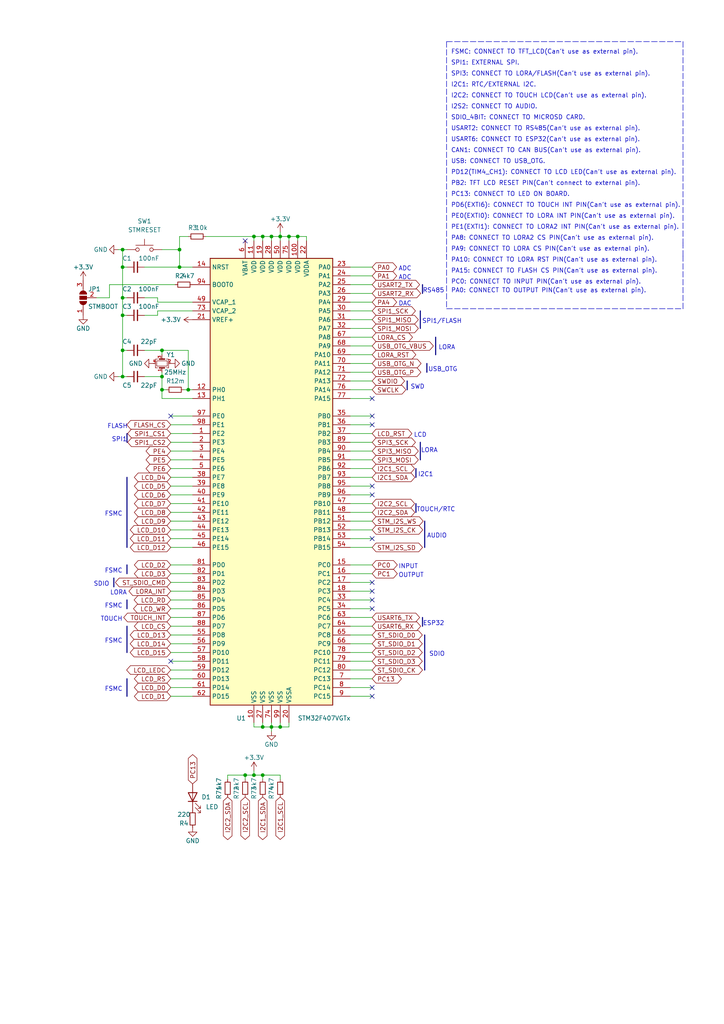
<source format=kicad_sch>
(kicad_sch (version 20211123) (generator eeschema)
  (paper "A4" portrait)
  (lib_symbols
    (symbol "Device:C_Small" (pin_numbers hide) (pin_names (offset 0.254) hide)
      (property "Reference" "C" (at 0.254 1.778 0))
      (property "Value" "C_Small" (at 0.254 -2.032 0))
      (symbol "C_Small_0_1"
        (polyline (pts (xy -1.524 -0.508) (xy 1.524 -0.508)) (stroke (width 0.3302)))
        (polyline (pts (xy -1.524 0.508) (xy 1.524 0.508)) (stroke (width 0.3048)))
      )
      (symbol "C_Small_1_1"
        (pin passive line (at 0 2.54 270) (length 2.032) (name "~") (number "1"))
        (pin passive line (at 0 -2.54 90) (length 2.032) (name "~") (number "2"))
      )
    )
    (symbol "Device:Crystal_GND24_Small" (pin_names (offset 1.016) hide)
      (property "Reference" "Y" (at 1.27 4.445 0))
      (property "Value" "Crystal_GND24_Small" (at 1.27 2.54 0))
      (symbol "Crystal_GND24_Small_0_1"
        (rectangle (start -0.762 -1.524) (end 0.762 1.524))
        (polyline (pts (xy -1.27 -0.762) (xy -1.27 0.762)) (stroke (width 0.381)))
        (polyline (pts (xy 1.27 -0.762) (xy 1.27 0.762)) (stroke (width 0.381)))
        (polyline (pts (xy -1.27 -1.27) (xy -1.27 -1.905) (xy 1.27 -1.905) (xy 1.27 -1.27)))
        (polyline (pts (xy -1.27 1.27) (xy -1.27 1.905) (xy 1.27 1.905) (xy 1.27 1.27)))
      )
      (symbol "Crystal_GND24_Small_1_1"
        (pin passive line (at -2.54 0 0) (length 1.27) (name "1") (number "1"))
        (pin passive line (at 0 -2.54 90) (length 0.635) (name "2") (number "2"))
        (pin passive line (at 2.54 0 180) (length 1.27) (name "3") (number "3"))
        (pin passive line (at 0 2.54 270) (length 0.635) (name "4") (number "4"))
      )
    )
    (symbol "Device:LED" (pin_numbers hide) (pin_names (offset 1.016) hide)
      (property "Reference" "D" (at 0 2.54 0))
      (property "Value" "LED" (at 0 -2.54 0))
      (symbol "LED_0_1"
        (polyline (pts (xy -1.27 -1.27) (xy -1.27 1.27)) (stroke (width 0.254)))
        (polyline (pts (xy -1.27 0) (xy 1.27 0)))
        (polyline (pts (xy 1.27 -1.27) (xy 1.27 1.27) (xy -1.27 0) (xy 1.27 -1.27)) (stroke (width 0.254)))
        (polyline (pts (xy -3.048 -0.762) (xy -4.572 -2.286) (xy -3.81 -2.286) (xy -4.572 -2.286) (xy -4.572 -1.524)))
        (polyline (pts (xy -1.778 -0.762) (xy -3.302 -2.286) (xy -2.54 -2.286) (xy -3.302 -2.286) (xy -3.302 -1.524)))
      )
      (symbol "LED_1_1"
        (pin passive line (at -3.81 0 0) (length 2.54) (name "K") (number "1"))
        (pin passive line (at 3.81 0 180) (length 2.54) (name "A") (number "2"))
      )
    )
    (symbol "Device:R_Small" (pin_numbers hide) (pin_names (offset 0.254) hide)
      (property "Reference" "R" (at 0.762 0.508 0))
      (property "Value" "R_Small" (at 0.762 -1.016 0))
      (symbol "R_Small_0_1"
        (rectangle (start -0.762 1.778) (end 0.762 -1.778) (stroke (width 0.2032)))
      )
      (symbol "R_Small_1_1"
        (pin passive line (at 0 2.54 270) (length 0.762) (name "~") (number "1"))
        (pin passive line (at 0 -2.54 90) (length 0.762) (name "~") (number "2"))
      )
    )
    (symbol "Jumper:SolderJumper_3_Open" (pin_names (offset 0) hide)
      (property "Reference" "JP" (at -2.54 -2.54 0))
      (property "Value" "SolderJumper_3_Open" (at 0 2.794 0))
      (symbol "SolderJumper_3_Open_0_1"
        (arc (start -1.016 1.016) (mid -2.032 0) (end -1.016 -1.016))
        (arc (start -1.016 1.016) (mid -2.032 0) (end -1.016 -1.016) (fill (type outline)))
        (rectangle (start -0.508 1.016) (end 0.508 -1.016) (fill (type outline)))
        (polyline (pts (xy -2.54 0) (xy -2.032 0)))
        (polyline (pts (xy -1.016 1.016) (xy -1.016 -1.016)))
        (polyline (pts (xy 0 -1.27) (xy 0 -1.016)))
        (polyline (pts (xy 1.016 1.016) (xy 1.016 -1.016)))
        (polyline (pts (xy 2.54 0) (xy 2.032 0)))
        (arc (start 1.016 -1.016) (mid 2.032 0) (end 1.016 1.016))
        (arc (start 1.016 -1.016) (mid 2.032 0) (end 1.016 1.016) (fill (type outline)))
      )
      (symbol "SolderJumper_3_Open_1_1"
        (pin passive line (at -5.08 0 0) (length 2.54) (name "A") (number "1"))
        (pin passive line (at 0 -3.81 90) (length 2.54) (name "C") (number "2"))
        (pin passive line (at 5.08 0 180) (length 2.54) (name "B") (number "3"))
      )
    )
    (symbol "MCU_ST_STM32F4:STM32F407VGTx"
      (property "Reference" "U" (at -17.78 64.77 0))
      (property "Value" "STM32F407VGTx" (at 12.7 64.77 0))
      (symbol "STM32F407VGTx_0_1"
        (rectangle (start -17.78 -66.04) (end 17.78 63.5) (stroke (width 0.254)) (fill (type background)))
      )
      (symbol "STM32F407VGTx_1_1"
        (pin bidirectional line (at -22.86 12.7 0) (length 5.08) (name "PE2") (number "1"))
        (pin power_in line (at -5.08 -71.12 90) (length 5.08) (name "VSS") (number "10"))
        (pin power_in line (at 7.62 68.58 270) (length 5.08) (name "VDD") (number "100"))
        (pin power_in line (at -5.08 68.58 270) (length 5.08) (name "VDD") (number "11"))
        (pin input line (at -22.86 25.4 0) (length 5.08) (name "PH0") (number "12"))
        (pin input line (at -22.86 22.86 0) (length 5.08) (name "PH1") (number "13"))
        (pin input line (at -22.86 60.96 0) (length 5.08) (name "NRST") (number "14"))
        (pin bidirectional line (at 22.86 -25.4 180) (length 5.08) (name "PC0") (number "15"))
        (pin bidirectional line (at 22.86 -27.94 180) (length 5.08) (name "PC1") (number "16"))
        (pin bidirectional line (at 22.86 -30.48 180) (length 5.08) (name "PC2") (number "17"))
        (pin bidirectional line (at 22.86 -33.02 180) (length 5.08) (name "PC3") (number "18"))
        (pin power_in line (at -2.54 68.58 270) (length 5.08) (name "VDD") (number "19"))
        (pin bidirectional line (at -22.86 10.16 0) (length 5.08) (name "PE3") (number "2"))
        (pin power_in line (at 5.08 -71.12 90) (length 5.08) (name "VSSA") (number "20"))
        (pin power_in line (at -22.86 45.72 0) (length 5.08) (name "VREF+") (number "21"))
        (pin power_in line (at 10.16 68.58 270) (length 5.08) (name "VDDA") (number "22"))
        (pin bidirectional line (at 22.86 60.96 180) (length 5.08) (name "PA0") (number "23"))
        (pin bidirectional line (at 22.86 58.42 180) (length 5.08) (name "PA1") (number "24"))
        (pin bidirectional line (at 22.86 55.88 180) (length 5.08) (name "PA2") (number "25"))
        (pin bidirectional line (at 22.86 53.34 180) (length 5.08) (name "PA3") (number "26"))
        (pin power_in line (at -2.54 -71.12 90) (length 5.08) (name "VSS") (number "27"))
        (pin power_in line (at 0 68.58 270) (length 5.08) (name "VDD") (number "28"))
        (pin bidirectional line (at 22.86 50.8 180) (length 5.08) (name "PA4") (number "29"))
        (pin bidirectional line (at -22.86 7.62 0) (length 5.08) (name "PE4") (number "3"))
        (pin bidirectional line (at 22.86 48.26 180) (length 5.08) (name "PA5") (number "30"))
        (pin bidirectional line (at 22.86 45.72 180) (length 5.08) (name "PA6") (number "31"))
        (pin bidirectional line (at 22.86 43.18 180) (length 5.08) (name "PA7") (number "32"))
        (pin bidirectional line (at 22.86 -35.56 180) (length 5.08) (name "PC4") (number "33"))
        (pin bidirectional line (at 22.86 -38.1 180) (length 5.08) (name "PC5") (number "34"))
        (pin bidirectional line (at 22.86 17.78 180) (length 5.08) (name "PB0") (number "35"))
        (pin bidirectional line (at 22.86 15.24 180) (length 5.08) (name "PB1") (number "36"))
        (pin bidirectional line (at 22.86 12.7 180) (length 5.08) (name "PB2") (number "37"))
        (pin bidirectional line (at -22.86 0 0) (length 5.08) (name "PE7") (number "38"))
        (pin bidirectional line (at -22.86 -2.54 0) (length 5.08) (name "PE8") (number "39"))
        (pin bidirectional line (at -22.86 5.08 0) (length 5.08) (name "PE5") (number "4"))
        (pin bidirectional line (at -22.86 -5.08 0) (length 5.08) (name "PE9") (number "40"))
        (pin bidirectional line (at -22.86 -7.62 0) (length 5.08) (name "PE10") (number "41"))
        (pin bidirectional line (at -22.86 -10.16 0) (length 5.08) (name "PE11") (number "42"))
        (pin bidirectional line (at -22.86 -12.7 0) (length 5.08) (name "PE12") (number "43"))
        (pin bidirectional line (at -22.86 -15.24 0) (length 5.08) (name "PE13") (number "44"))
        (pin bidirectional line (at -22.86 -17.78 0) (length 5.08) (name "PE14") (number "45"))
        (pin bidirectional line (at -22.86 -20.32 0) (length 5.08) (name "PE15") (number "46"))
        (pin bidirectional line (at 22.86 -7.62 180) (length 5.08) (name "PB10") (number "47"))
        (pin bidirectional line (at 22.86 -10.16 180) (length 5.08) (name "PB11") (number "48"))
        (pin power_in line (at -22.86 50.8 0) (length 5.08) (name "VCAP_1") (number "49"))
        (pin bidirectional line (at -22.86 2.54 0) (length 5.08) (name "PE6") (number "5"))
        (pin power_in line (at 2.54 68.58 270) (length 5.08) (name "VDD") (number "50"))
        (pin bidirectional line (at 22.86 -12.7 180) (length 5.08) (name "PB12") (number "51"))
        (pin bidirectional line (at 22.86 -15.24 180) (length 5.08) (name "PB13") (number "52"))
        (pin bidirectional line (at 22.86 -17.78 180) (length 5.08) (name "PB14") (number "53"))
        (pin bidirectional line (at 22.86 -20.32 180) (length 5.08) (name "PB15") (number "54"))
        (pin bidirectional line (at -22.86 -45.72 0) (length 5.08) (name "PD8") (number "55"))
        (pin bidirectional line (at -22.86 -48.26 0) (length 5.08) (name "PD9") (number "56"))
        (pin bidirectional line (at -22.86 -50.8 0) (length 5.08) (name "PD10") (number "57"))
        (pin bidirectional line (at -22.86 -53.34 0) (length 5.08) (name "PD11") (number "58"))
        (pin bidirectional line (at -22.86 -55.88 0) (length 5.08) (name "PD12") (number "59"))
        (pin power_in line (at -7.62 68.58 270) (length 5.08) (name "VBAT") (number "6"))
        (pin bidirectional line (at -22.86 -58.42 0) (length 5.08) (name "PD13") (number "60"))
        (pin bidirectional line (at -22.86 -60.96 0) (length 5.08) (name "PD14") (number "61"))
        (pin bidirectional line (at -22.86 -63.5 0) (length 5.08) (name "PD15") (number "62"))
        (pin bidirectional line (at 22.86 -40.64 180) (length 5.08) (name "PC6") (number "63"))
        (pin bidirectional line (at 22.86 -43.18 180) (length 5.08) (name "PC7") (number "64"))
        (pin bidirectional line (at 22.86 -45.72 180) (length 5.08) (name "PC8") (number "65"))
        (pin bidirectional line (at 22.86 -48.26 180) (length 5.08) (name "PC9") (number "66"))
        (pin bidirectional line (at 22.86 40.64 180) (length 5.08) (name "PA8") (number "67"))
        (pin bidirectional line (at 22.86 38.1 180) (length 5.08) (name "PA9") (number "68"))
        (pin bidirectional line (at 22.86 35.56 180) (length 5.08) (name "PA10") (number "69"))
        (pin bidirectional line (at 22.86 -58.42 180) (length 5.08) (name "PC13") (number "7"))
        (pin bidirectional line (at 22.86 33.02 180) (length 5.08) (name "PA11") (number "70"))
        (pin bidirectional line (at 22.86 30.48 180) (length 5.08) (name "PA12") (number "71"))
        (pin bidirectional line (at 22.86 27.94 180) (length 5.08) (name "PA13") (number "72"))
        (pin power_in line (at -22.86 48.26 0) (length 5.08) (name "VCAP_2") (number "73"))
        (pin power_in line (at 0 -71.12 90) (length 5.08) (name "VSS") (number "74"))
        (pin power_in line (at 5.08 68.58 270) (length 5.08) (name "VDD") (number "75"))
        (pin bidirectional line (at 22.86 25.4 180) (length 5.08) (name "PA14") (number "76"))
        (pin bidirectional line (at 22.86 22.86 180) (length 5.08) (name "PA15") (number "77"))
        (pin bidirectional line (at 22.86 -50.8 180) (length 5.08) (name "PC10") (number "78"))
        (pin bidirectional line (at 22.86 -53.34 180) (length 5.08) (name "PC11") (number "79"))
        (pin bidirectional line (at 22.86 -60.96 180) (length 5.08) (name "PC14") (number "8"))
        (pin bidirectional line (at 22.86 -55.88 180) (length 5.08) (name "PC12") (number "80"))
        (pin bidirectional line (at -22.86 -25.4 0) (length 5.08) (name "PD0") (number "81"))
        (pin bidirectional line (at -22.86 -27.94 0) (length 5.08) (name "PD1") (number "82"))
        (pin bidirectional line (at -22.86 -30.48 0) (length 5.08) (name "PD2") (number "83"))
        (pin bidirectional line (at -22.86 -33.02 0) (length 5.08) (name "PD3") (number "84"))
        (pin bidirectional line (at -22.86 -35.56 0) (length 5.08) (name "PD4") (number "85"))
        (pin bidirectional line (at -22.86 -38.1 0) (length 5.08) (name "PD5") (number "86"))
        (pin bidirectional line (at -22.86 -40.64 0) (length 5.08) (name "PD6") (number "87"))
        (pin bidirectional line (at -22.86 -43.18 0) (length 5.08) (name "PD7") (number "88"))
        (pin bidirectional line (at 22.86 10.16 180) (length 5.08) (name "PB3") (number "89"))
        (pin bidirectional line (at 22.86 -63.5 180) (length 5.08) (name "PC15") (number "9"))
        (pin bidirectional line (at 22.86 7.62 180) (length 5.08) (name "PB4") (number "90"))
        (pin bidirectional line (at 22.86 5.08 180) (length 5.08) (name "PB5") (number "91"))
        (pin bidirectional line (at 22.86 2.54 180) (length 5.08) (name "PB6") (number "92"))
        (pin bidirectional line (at 22.86 0 180) (length 5.08) (name "PB7") (number "93"))
        (pin input line (at -22.86 55.88 0) (length 5.08) (name "BOOT0") (number "94"))
        (pin bidirectional line (at 22.86 -2.54 180) (length 5.08) (name "PB8") (number "95"))
        (pin bidirectional line (at 22.86 -5.08 180) (length 5.08) (name "PB9") (number "96"))
        (pin bidirectional line (at -22.86 17.78 0) (length 5.08) (name "PE0") (number "97"))
        (pin bidirectional line (at -22.86 15.24 0) (length 5.08) (name "PE1") (number "98"))
        (pin power_in line (at 2.54 -71.12 90) (length 5.08) (name "VSS") (number "99"))
      )
    )
    (symbol "Switch:SW_Push" (pin_numbers hide) (pin_names (offset 1.016) hide)
      (property "Reference" "SW" (at 1.27 2.54 0))
      (property "Value" "SW_Push" (at 0 -1.524 0))
      (symbol "SW_Push_0_1"
        (circle (center -2.032 0) (radius 0.508))
        (polyline (pts (xy 0 1.27) (xy 0 3.048)))
        (polyline (pts (xy 2.54 1.27) (xy -2.54 1.27)))
        (circle (center 2.032 0) (radius 0.508))
        (pin passive line (at -5.08 0 0) (length 2.54) (name "1") (number "1"))
        (pin passive line (at 5.08 0 180) (length 2.54) (name "2") (number "2"))
      )
    )
    (symbol "power:+3.3V" (power) (pin_names (offset 0))
      (property "Value" "+3.3V" (at 0 3.556 0))
      (symbol "+3.3V_0_1"
        (polyline (pts (xy -0.762 1.27) (xy 0 2.54)))
        (polyline (pts (xy 0 0) (xy 0 2.54)))
        (polyline (pts (xy 0 2.54) (xy 0.762 1.27)))
      )
      (symbol "+3.3V_1_1"
        (pin power_in line (at 0 0 90) (length 0) hide (name "+3.3V") (number "1"))
      )
    )
    (symbol "power:GND" (power) (pin_names (offset 0))
      (property "Value" "GND" (at 0 -3.81 0))
      (symbol "GND_0_1"
        (polyline (pts (xy 0 0) (xy 0 -1.27) (xy 1.27 -1.27) (xy 0 -2.54) (xy -1.27 -1.27) (xy 0 -1.27)))
      )
      (symbol "GND_1_1"
        (pin power_in line (at 0 0 270) (length 0) hide (name "GND") (number "1"))
      )
    )
  )
  (junction (at 35.56 91.44))
  (junction (at 52.07 77.47))
  (junction (at 83.82 68.58))
  (junction (at 76.2 68.58))
  (junction (at 46.99 113.03))
  (junction (at 73.66 224.79))
  (junction (at 35.56 101.6))
  (junction (at 52.07 72.39))
  (junction (at 76.2 210.82))
  (junction (at 35.56 86.36))
  (junction (at 78.74 210.82))
  (junction (at 81.28 210.82))
  (junction (at 54.61 113.03))
  (junction (at 35.56 77.47))
  (junction (at 46.99 109.22))
  (junction (at 35.56 109.22))
  (junction (at 78.74 68.58))
  (junction (at 76.2 224.79))
  (junction (at 35.56 72.39))
  (junction (at 71.12 224.79))
  (junction (at 86.36 68.58))
  (junction (at 46.99 101.6))
  (junction (at 73.66 68.58))
  (junction (at 81.28 68.58))
  (no_connect (at 107.95 120.65))
  (no_connect (at 107.95 176.53))
  (no_connect (at 107.95 171.45))
  (no_connect (at 71.12 69.85))
  (no_connect (at 107.95 199.39))
  (no_connect (at 107.95 201.93))
  (no_connect (at 49.53 120.65))
  (no_connect (at 49.53 191.77))
  (no_connect (at 107.95 156.21))
  (no_connect (at 107.95 168.91))
  (no_connect (at 107.95 173.99))
  (no_connect (at 107.95 140.97))
  (no_connect (at 107.95 143.51))
  (no_connect (at 107.95 115.57))
  (no_connect (at 107.95 123.19))
  (wire (pts (xy 101.6 113.03) (xy 107.95 113.03)))
  (wire (pts (xy 55.88 181.61) (xy 49.53 181.61)))
  (wire (pts (xy 101.6 102.87) (xy 107.95 102.87)))
  (wire (pts (xy 101.6 184.15) (xy 107.95 184.15)))
  (wire (pts (xy 55.88 156.21) (xy 49.53 156.21)))
  (polyline (pts (xy 129.54 12.065) (xy 129.54 74.295)))
  (polyline (pts (xy 198.12 74.295) (xy 198.12 71.12)))
  (wire (pts (xy 78.74 210.82) (xy 81.28 210.82)))
  (wire (pts (xy 66.04 226.06) (xy 66.04 224.79)))
  (wire (pts (xy 55.88 158.75) (xy 49.53 158.75)))
  (wire (pts (xy 55.88 189.23) (xy 49.53 189.23)))
  (wire (pts (xy 55.88 184.15) (xy 49.53 184.15)))
  (wire (pts (xy 101.6 191.77) (xy 107.95 191.77)))
  (wire (pts (xy 101.6 158.75) (xy 107.95 158.75)))
  (wire (pts (xy 101.6 138.43) (xy 107.95 138.43)))
  (wire (pts (xy 101.6 176.53) (xy 107.95 176.53)))
  (bus (pts (xy 118.11 110.49) (xy 118.11 113.03)))
  (bus (pts (xy 120.65 146.05) (xy 120.65 148.59)))
  (wire (pts (xy 36.83 109.22) (xy 35.56 109.22)))
  (wire (pts (xy 55.88 199.39) (xy 49.53 199.39)))
  (wire (pts (xy 55.88 196.85) (xy 49.53 196.85)))
  (wire (pts (xy 45.72 87.63) (xy 45.72 86.36)))
  (wire (pts (xy 36.83 77.47) (xy 35.56 77.47)))
  (wire (pts (xy 55.88 194.31) (xy 49.53 194.31)))
  (wire (pts (xy 101.6 153.67) (xy 107.95 153.67)))
  (wire (pts (xy 73.66 209.55) (xy 73.66 210.82)))
  (wire (pts (xy 55.88 146.05) (xy 49.53 146.05)))
  (wire (pts (xy 101.6 92.71) (xy 107.95 92.71)))
  (wire (pts (xy 73.66 69.85) (xy 73.66 68.58)))
  (wire (pts (xy 101.6 148.59) (xy 107.95 148.59)))
  (wire (pts (xy 101.6 120.65) (xy 107.95 120.65)))
  (wire (pts (xy 101.6 123.19) (xy 107.95 123.19)))
  (wire (pts (xy 55.88 148.59) (xy 49.53 148.59)))
  (wire (pts (xy 46.99 113.03) (xy 48.26 113.03)))
  (wire (pts (xy 52.07 72.39) (xy 52.07 77.47)))
  (wire (pts (xy 31.75 86.36) (xy 27.94 86.36)))
  (wire (pts (xy 76.2 224.79) (xy 76.2 226.06)))
  (wire (pts (xy 55.88 140.97) (xy 49.53 140.97)))
  (wire (pts (xy 101.6 85.09) (xy 107.95 85.09)))
  (bus (pts (xy 122.555 179.07) (xy 122.555 181.61)))
  (wire (pts (xy 55.88 191.77) (xy 49.53 191.77)))
  (wire (pts (xy 101.6 189.23) (xy 107.95 189.23)))
  (wire (pts (xy 55.88 153.67) (xy 49.53 153.67)))
  (wire (pts (xy 41.91 77.47) (xy 52.07 77.47)))
  (wire (pts (xy 46.99 107.95) (xy 46.99 109.22)))
  (wire (pts (xy 73.66 224.79) (xy 76.2 224.79)))
  (bus (pts (xy 36.83 163.83) (xy 36.83 166.37)))
  (polyline (pts (xy 198.12 70.485) (xy 198.12 71.12)))
  (bus (pts (xy 122.555 82.55) (xy 122.555 85.09)))
  (wire (pts (xy 55.88 166.37) (xy 49.53 166.37)))
  (wire (pts (xy 101.6 201.93) (xy 107.95 201.93)))
  (wire (pts (xy 45.72 86.36) (xy 41.91 86.36)))
  (wire (pts (xy 88.9 68.58) (xy 88.9 69.85)))
  (wire (pts (xy 101.6 166.37) (xy 107.95 166.37)))
  (wire (pts (xy 34.29 109.22) (xy 35.56 109.22)))
  (polyline (pts (xy 198.12 12.065) (xy 198.12 70.485)))
  (wire (pts (xy 101.6 107.95) (xy 107.95 107.95)))
  (bus (pts (xy 36.83 138.43) (xy 36.83 158.75)))
  (wire (pts (xy 46.99 115.57) (xy 55.88 115.57)))
  (wire (pts (xy 101.6 95.25) (xy 107.95 95.25)))
  (wire (pts (xy 81.28 68.58) (xy 81.28 67.31)))
  (wire (pts (xy 76.2 69.85) (xy 76.2 68.58)))
  (wire (pts (xy 101.6 105.41) (xy 107.95 105.41)))
  (wire (pts (xy 55.88 151.13) (xy 49.53 151.13)))
  (wire (pts (xy 71.12 224.79) (xy 71.12 226.06)))
  (wire (pts (xy 101.6 130.81) (xy 107.95 130.81)))
  (bus (pts (xy 120.65 135.89) (xy 120.65 138.43)))
  (wire (pts (xy 53.34 113.03) (xy 54.61 113.03)))
  (wire (pts (xy 35.56 101.6) (xy 36.83 101.6)))
  (wire (pts (xy 36.83 91.44) (xy 35.56 91.44)))
  (wire (pts (xy 55.88 138.43) (xy 49.53 138.43)))
  (wire (pts (xy 46.99 101.6) (xy 46.99 102.87)))
  (wire (pts (xy 101.6 146.05) (xy 107.95 146.05)))
  (wire (pts (xy 101.6 171.45) (xy 107.95 171.45)))
  (wire (pts (xy 101.6 82.55) (xy 107.95 82.55)))
  (wire (pts (xy 55.88 113.03) (xy 54.61 113.03)))
  (wire (pts (xy 101.6 115.57) (xy 107.95 115.57)))
  (wire (pts (xy 81.28 69.85) (xy 81.28 68.58)))
  (wire (pts (xy 35.56 101.6) (xy 35.56 91.44)))
  (wire (pts (xy 46.99 113.03) (xy 46.99 115.57)))
  (polyline (pts (xy 129.54 89.535) (xy 198.12 89.535)))
  (wire (pts (xy 31.75 82.55) (xy 31.75 86.36)))
  (wire (pts (xy 34.29 72.39) (xy 35.56 72.39)))
  (wire (pts (xy 101.6 128.27) (xy 107.95 128.27)))
  (bus (pts (xy 36.83 173.99) (xy 36.83 176.53)))
  (wire (pts (xy 55.88 133.35) (xy 49.53 133.35)))
  (wire (pts (xy 54.61 101.6) (xy 46.99 101.6)))
  (wire (pts (xy 55.88 135.89) (xy 49.53 135.89)))
  (wire (pts (xy 101.6 97.79) (xy 107.95 97.79)))
  (wire (pts (xy 101.6 135.89) (xy 107.95 135.89)))
  (wire (pts (xy 81.28 68.58) (xy 83.82 68.58)))
  (wire (pts (xy 73.66 210.82) (xy 76.2 210.82)))
  (wire (pts (xy 54.61 68.58) (xy 52.07 68.58)))
  (wire (pts (xy 55.88 201.93) (xy 49.53 201.93)))
  (wire (pts (xy 55.88 173.99) (xy 49.53 173.99)))
  (wire (pts (xy 55.88 87.63) (xy 45.72 87.63)))
  (wire (pts (xy 101.6 151.13) (xy 107.95 151.13)))
  (wire (pts (xy 101.6 168.91) (xy 107.95 168.91)))
  (wire (pts (xy 78.74 212.09) (xy 78.74 210.82)))
  (wire (pts (xy 55.88 171.45) (xy 49.53 171.45)))
  (wire (pts (xy 35.56 91.44) (xy 35.56 86.36)))
  (wire (pts (xy 55.88 90.17) (xy 45.72 90.17)))
  (wire (pts (xy 55.88 128.27) (xy 49.53 128.27)))
  (wire (pts (xy 41.91 101.6) (xy 46.99 101.6)))
  (wire (pts (xy 76.2 209.55) (xy 76.2 210.82)))
  (wire (pts (xy 101.6 90.17) (xy 107.95 90.17)))
  (wire (pts (xy 54.61 113.03) (xy 54.61 101.6)))
  (wire (pts (xy 55.88 123.19) (xy 49.53 123.19)))
  (wire (pts (xy 41.91 91.44) (xy 45.72 91.44)))
  (wire (pts (xy 35.56 72.39) (xy 36.83 72.39)))
  (wire (pts (xy 71.12 224.79) (xy 73.66 224.79)))
  (wire (pts (xy 101.6 125.73) (xy 107.95 125.73)))
  (wire (pts (xy 55.88 179.07) (xy 49.53 179.07)))
  (wire (pts (xy 101.6 87.63) (xy 107.95 87.63)))
  (wire (pts (xy 101.6 173.99) (xy 107.95 173.99)))
  (wire (pts (xy 101.6 143.51) (xy 107.95 143.51)))
  (wire (pts (xy 78.74 209.55) (xy 78.74 210.82)))
  (wire (pts (xy 101.6 179.07) (xy 107.95 179.07)))
  (wire (pts (xy 83.82 69.85) (xy 83.82 68.58)))
  (wire (pts (xy 73.66 223.52) (xy 73.66 224.79)))
  (bus (pts (xy 123.19 184.15) (xy 123.19 194.31)))
  (wire (pts (xy 101.6 80.01) (xy 107.95 80.01)))
  (polyline (pts (xy 129.54 73.66) (xy 129.54 89.535)))
  (wire (pts (xy 55.88 163.83) (xy 49.53 163.83)))
  (wire (pts (xy 101.6 186.69) (xy 107.95 186.69)))
  (wire (pts (xy 52.07 68.58) (xy 52.07 72.39)))
  (wire (pts (xy 101.6 199.39) (xy 107.95 199.39)))
  (bus (pts (xy 36.83 181.61) (xy 36.83 189.23)))
  (bus (pts (xy 123.19 151.13) (xy 123.19 158.75)))
  (wire (pts (xy 101.6 156.21) (xy 107.95 156.21)))
  (bus (pts (xy 33.02 167.64) (xy 33.02 170.18)))
  (wire (pts (xy 36.83 86.36) (xy 35.56 86.36)))
  (wire (pts (xy 86.36 68.58) (xy 88.9 68.58)))
  (wire (pts (xy 46.99 109.22) (xy 46.99 113.03)))
  (wire (pts (xy 46.99 72.39) (xy 52.07 72.39)))
  (wire (pts (xy 35.56 72.39) (xy 35.56 77.47)))
  (bus (pts (xy 36.83 196.85) (xy 36.83 201.93)))
  (wire (pts (xy 101.6 110.49) (xy 107.95 110.49)))
  (wire (pts (xy 101.6 140.97) (xy 107.95 140.97)))
  (wire (pts (xy 101.6 181.61) (xy 107.95 181.61)))
  (wire (pts (xy 101.6 77.47) (xy 107.95 77.47)))
  (wire (pts (xy 83.82 210.82) (xy 83.82 209.55)))
  (wire (pts (xy 66.04 224.79) (xy 71.12 224.79)))
  (wire (pts (xy 83.82 68.58) (xy 86.36 68.58)))
  (wire (pts (xy 81.28 224.79) (xy 81.28 226.06)))
  (polyline (pts (xy 129.54 12.065) (xy 198.12 12.065)))
  (wire (pts (xy 78.74 69.85) (xy 78.74 68.58)))
  (wire (pts (xy 55.88 168.91) (xy 49.53 168.91)))
  (wire (pts (xy 78.74 68.58) (xy 81.28 68.58)))
  (wire (pts (xy 55.88 186.69) (xy 49.53 186.69)))
  (wire (pts (xy 55.88 120.65) (xy 49.53 120.65)))
  (wire (pts (xy 81.28 209.55) (xy 81.28 210.82)))
  (wire (pts (xy 81.28 210.82) (xy 83.82 210.82)))
  (wire (pts (xy 55.88 176.53) (xy 49.53 176.53)))
  (wire (pts (xy 35.56 77.47) (xy 35.56 86.36)))
  (wire (pts (xy 55.88 130.81) (xy 49.53 130.81)))
  (wire (pts (xy 101.6 133.35) (xy 107.95 133.35)))
  (wire (pts (xy 41.91 109.22) (xy 46.99 109.22)))
  (wire (pts (xy 73.66 68.58) (xy 76.2 68.58)))
  (wire (pts (xy 55.88 125.73) (xy 49.53 125.73)))
  (polyline (pts (xy 198.12 89.535) (xy 198.12 74.295)))
  (wire (pts (xy 101.6 196.85) (xy 107.95 196.85)))
  (wire (pts (xy 101.6 163.83) (xy 107.95 163.83)))
  (wire (pts (xy 86.36 69.85) (xy 86.36 68.58)))
  (bus (pts (xy 36.83 125.73) (xy 36.83 128.27)))
  (wire (pts (xy 55.88 143.51) (xy 49.53 143.51)))
  (wire (pts (xy 101.6 194.31) (xy 107.95 194.31)))
  (wire (pts (xy 76.2 224.79) (xy 81.28 224.79)))
  (wire (pts (xy 35.56 109.22) (xy 35.56 101.6)))
  (wire (pts (xy 45.72 90.17) (xy 45.72 91.44)))
  (wire (pts (xy 52.07 77.47) (xy 55.88 77.47)))
  (wire (pts (xy 76.2 210.82) (xy 78.74 210.82)))
  (wire (pts (xy 76.2 68.58) (xy 78.74 68.58)))
  (bus (pts (xy 123.825 105.41) (xy 123.825 107.95)))
  (bus (pts (xy 121.92 90.17) (xy 121.92 95.25)))
  (wire (pts (xy 50.8 82.55) (xy 31.75 82.55)))
  (wire (pts (xy 101.6 100.33) (xy 107.95 100.33)))
  (wire (pts (xy 59.69 68.58) (xy 73.66 68.58)))
  (bus (pts (xy 126.365 97.79) (xy 126.365 102.87)))
  (bus (pts (xy 121.92 128.27) (xy 121.92 133.35)))
  (text "SDIO_4BIT: CONNECT TO MICROSD CARD." (at 130.81 34.925 0) (effects (font (size 1.27 1.27)) (justify left bottom)))
  (text "USART6: CONNECT TO ESP32(Can't use as external pin)." (at 130.81 41.275 0) (effects (font (size 1.27 1.27)) (justify left bottom)))
  (text "USB: CONNECT TO USB_OTG." (at 130.81 47.625 0) (effects (font (size 1.27 1.27)) (justify left bottom)))
  (text "FSMC" (at 35.56 200.66 180) (effects (font (size 1.27 1.27)) (justify right bottom)))
  (text "LORA" (at 36.83 172.72 180) (effects (font (size 1.27 1.27)) (justify right bottom)))
  (text "PC13: CONNECT TO LED ON BOARD." (at 130.81 57.15 0) (effects (font (size 1.27 1.27)) (justify left bottom)))
  (text "USART2: CONNECT TO RS485(Can't use as external pin)." (at 130.81 38.1 0) (effects (font (size 1.27 1.27)) (justify left bottom)))
  (text "LORA" (at 132.08 101.6 180) (effects (font (size 1.27 1.27)) (justify right bottom)))
  (text "OUTPUT" (at 115.57 167.64 0) (effects (font (size 1.27 1.27)) (justify left bottom)))
  (text "CAN1: CONNECT TO CAN BUS(Can't use as external pin)." (at 130.81 44.45 0) (effects (font (size 1.27 1.27)) (justify left bottom)))
  (text "DAC" (at 115.57 88.9 0) (effects (font (size 1.27 1.27)) (justify left bottom)))
  (text "FSMC" (at 35.56 186.69 180) (effects (font (size 1.27 1.27)) (justify right bottom)))
  (text "ADC" (at 115.57 78.74 0) (effects (font (size 1.27 1.27)) (justify left bottom)))
  (text "PA9: CONNECT TO LORA CS PIN(Can't use as external pin)." (at 130.81 73.025 0) (effects (font (size 1.27 1.27)) (justify left bottom)))
  (text "PB2: TFT LCD RESET PIN(Can't connect to external pin)." (at 130.81 53.975 0) (effects (font (size 1.27 1.27)) (justify left bottom)))
  (text "FSMC" (at 35.56 166.37 180) (effects (font (size 1.27 1.27)) (justify right bottom)))
  (text "FSMC" (at 35.56 176.53 180) (effects (font (size 1.27 1.27)) (justify right bottom)))
  (text "ESP32" (at 128.905 181.61 180) (effects (font (size 1.27 1.27)) (justify right bottom)))
  (text "ADC" (at 115.57 81.28 0) (effects (font (size 1.27 1.27)) (justify left bottom)))
  (text "SDIO" (at 124.46 190.5 0) (effects (font (size 1.27 1.27)) (justify left bottom)))
  (text "I2C1: RTC/EXTERNAL I2C." (at 130.81 25.4 0) (effects (font (size 1.27 1.27)) (justify left bottom)))
  (text "I2C1" (at 125.73 138.43 180) (effects (font (size 1.27 1.27)) (justify right bottom)))
  (text "PD12(TIM4_CH1): CONNECT TO LCD LED(Can't use as external pin)." (at 130.81 50.8 0) (effects (font (size 1.27 1.27)) (justify left bottom)))
  (text "LCD" (at 120.015 127 0) (effects (font (size 1.27 1.27)) (justify left bottom)))
  (text "LORA" (at 127 131.445 180) (effects (font (size 1.27 1.27)) (justify right bottom)))
  (text "PE0(EXTI0): CONNECT TO LORA INT PIN(Can't use as external pin)." (at 130.81 63.5 0) (effects (font (size 1.27 1.27)) (justify left bottom)))
  (text "SPI3: CONNECT TO LORA/FLASH(Can't use as external pin)." (at 130.81 22.225 0) (effects (font (size 1.27 1.27)) (justify left bottom)))
  (text "SPI1: EXTERNAL SPI." (at 130.81 19.05 0) (effects (font (size 1.27 1.27)) (justify left bottom)))
  (text "PE1(EXTI1): CONNECT TO LORA2 INT PIN(Can't use as external pin)." (at 130.81 66.675 0) (effects (font (size 1.27 1.27)) (justify left bottom)))
  (text "AUDIO" (at 123.825 156.21 0) (effects (font (size 1.27 1.27)) (justify left bottom)))
  (text "PD6(EXTI6): CONNECT TO TOUCH INT PIN(Can't use as external pin)." (at 130.81 60.325 0) (effects (font (size 1.27 1.27)) (justify left bottom)))
  (text "I2C2: CONNECT TO TOUCH LCD(Can't use as external pin)." (at 130.81 28.575 0) (effects (font (size 1.27 1.27)) (justify left bottom)))
  (text "I2S2: CONNECT TO AUDIO." (at 130.81 31.75 0) (effects (font (size 1.27 1.27)) (justify left bottom)))
  (text "PC0: CONNECT TO INPUT PIN(Can't use as external pin)." (at 130.81 82.55 0) (effects (font (size 1.27 1.27)) (justify left bottom)))
  (text "PA10: CONNECT TO LORA RST PIN(Can't use as external pin)." (at 130.81 76.2 0) (effects (font (size 1.27 1.27)) (justify left bottom)))
  (text "PA8: CONNECT TO LORA2 CS PIN(Can't use as external pin)." (at 130.81 69.85 0) (effects (font (size 1.27 1.27)) (justify left bottom)))
  (text "INPUT" (at 115.57 165.1 0) (effects (font (size 1.27 1.27)) (justify left bottom)))
  (text "FSMC: CONNECT TO TFT_LCD(Can't use as external pin)." (at 130.81 15.875 0) (effects (font (size 1.27 1.27)) (justify left bottom)))
  (text "SPI1" (at 32.385 128.27 0) (effects (font (size 1.27 1.27)) (justify left bottom)))
  (text "SWD" (at 123.19 113.03 180) (effects (font (size 1.27 1.27)) (justify right bottom)))
  (text "FLASH" (at 31.115 124.46 0) (effects (font (size 1.27 1.27)) (justify left bottom)))
  (text "USB_OTG\n" (at 132.715 107.95 180) (effects (font (size 1.27 1.27)) (justify right bottom)))
  (text "TOUCH" (at 35.56 180.34 180) (effects (font (size 1.27 1.27)) (justify right bottom)))
  (text "FSMC" (at 35.56 149.86 180) (effects (font (size 1.27 1.27)) (justify right bottom)))
  (text "PA0: CONNECT TO OUTPUT PIN(Can't use as external pin)." (at 130.81 85.09 0) (effects (font (size 1.27 1.27)) (justify left bottom)))
  (text "PA15: CONNECT TO FLASH CS PIN(Can't use as external pin)." (at 130.81 79.375 0) (effects (font (size 1.27 1.27)) (justify left bottom)))
  (text "SDIO" (at 31.75 170.18 180) (effects (font (size 1.27 1.27)) (justify right bottom)))
  (text "RS485" (at 128.905 85.09 180) (effects (font (size 1.27 1.27)) (justify right bottom)))
  (text "TOUCH/RTC" (at 132.08 148.59 180) (effects (font (size 1.27 1.27)) (justify right bottom)))
  (text "SPI1/FLASH" (at 133.985 93.98 180) (effects (font (size 1.27 1.27)) (justify right bottom)))
  (global_label "LORA_RST" (shape bidirectional) (at 107.95 102.87 0) (property "Intersheet References" "${INTERSHEET_REFS}" (effects hide)))
  (global_label "SPI1_MISO" (shape bidirectional) (at 107.95 92.71 0) (property "Intersheet References" "${INTERSHEET_REFS}" (effects hide)))
  (global_label "LCD_D13" (shape bidirectional) (at 49.53 184.15 180) (property "Intersheet References" "${INTERSHEET_REFS}" (effects hide)))
  (global_label "LCD_D10" (shape bidirectional) (at 49.53 153.67 180) (property "Intersheet References" "${INTERSHEET_REFS}" (effects hide)))
  (global_label "I2C2_SCL" (shape bidirectional) (at 71.12 231.14 270) (property "Intersheet References" "${INTERSHEET_REFS}" (effects hide)))
  (global_label "ST_SDIO_D2" (shape bidirectional) (at 107.95 189.23 0) (property "Intersheet References" "${INTERSHEET_REFS}" (effects hide)))
  (global_label "SPI3_MOSI" (shape bidirectional) (at 107.95 133.35 0) (property "Intersheet References" "${INTERSHEET_REFS}" (effects hide)))
  (global_label "LCD_D6" (shape bidirectional) (at 49.53 143.51 180) (property "Intersheet References" "${INTERSHEET_REFS}" (effects hide)))
  (global_label "LCD_D1" (shape bidirectional) (at 49.53 201.93 180) (property "Intersheet References" "${INTERSHEET_REFS}" (effects hide)))
  (global_label "PC13" (shape bidirectional) (at 55.88 227.33 90) (property "Intersheet References" "${INTERSHEET_REFS}" (effects hide)))
  (global_label "LCD_D4" (shape bidirectional) (at 49.53 138.43 180) (property "Intersheet References" "${INTERSHEET_REFS}" (effects hide)))
  (global_label "LCD_D11" (shape bidirectional) (at 49.53 156.21 180) (property "Intersheet References" "${INTERSHEET_REFS}" (effects hide)))
  (global_label "SPI3_MISO" (shape bidirectional) (at 107.95 130.81 0) (property "Intersheet References" "${INTERSHEET_REFS}" (effects hide)))
  (global_label "TOUCH_INT" (shape bidirectional) (at 49.53 179.07 180) (property "Intersheet References" "${INTERSHEET_REFS}" (effects hide)))
  (global_label "I2C1_SCL" (shape bidirectional) (at 107.95 135.89 0) (property "Intersheet References" "${INTERSHEET_REFS}" (effects hide)))
  (global_label "SPI1_CS2" (shape bidirectional) (at 49.53 128.27 180) (property "Intersheet References" "${INTERSHEET_REFS}" (effects hide)))
  (global_label "SPI1_CS1" (shape bidirectional) (at 49.53 125.73 180) (property "Intersheet References" "${INTERSHEET_REFS}" (effects hide)))
  (global_label "FLASH_CS" (shape bidirectional) (at 49.53 123.19 180) (property "Intersheet References" "${INTERSHEET_REFS}" (effects hide)))
  (global_label "SWCLK" (shape bidirectional) (at 107.95 113.03 0) (property "Intersheet References" "${INTERSHEET_REFS}" (effects hide)))
  (global_label "USB_OTG_N" (shape bidirectional) (at 107.95 105.41 0) (property "Intersheet References" "${INTERSHEET_REFS}" (effects hide)))
  (global_label "I2C2_SDA" (shape bidirectional) (at 107.95 148.59 0) (property "Intersheet References" "${INTERSHEET_REFS}" (effects hide)))
  (global_label "I2C1_SDA" (shape bidirectional) (at 107.95 138.43 0) (property "Intersheet References" "${INTERSHEET_REFS}" (effects hide)))
  (global_label "ST_SDIO_D0" (shape bidirectional) (at 107.95 184.15 0) (property "Intersheet References" "${INTERSHEET_REFS}" (effects hide)))
  (global_label "LORA_INT" (shape bidirectional) (at 49.53 171.45 180) (property "Intersheet References" "${INTERSHEET_REFS}" (effects hide)))
  (global_label "I2C2_SCL" (shape bidirectional) (at 107.95 146.05 0) (property "Intersheet References" "${INTERSHEET_REFS}" (effects hide)))
  (global_label "SPI1_MOSI" (shape bidirectional) (at 107.95 95.25 0) (property "Intersheet References" "${INTERSHEET_REFS}" (effects hide)))
  (global_label "STM_I2S_CK" (shape bidirectional) (at 107.95 153.67 0) (property "Intersheet References" "${INTERSHEET_REFS}" (effects hide)))
  (global_label "SWDIO" (shape bidirectional) (at 107.95 110.49 0) (property "Intersheet References" "${INTERSHEET_REFS}" (effects hide)))
  (global_label "LCD_D5" (shape bidirectional) (at 49.53 140.97 180) (property "Intersheet References" "${INTERSHEET_REFS}" (effects hide)))
  (global_label "LCD_WR" (shape bidirectional) (at 49.53 176.53 180) (property "Intersheet References" "${INTERSHEET_REFS}" (effects hide)))
  (global_label "I2C1_SCL" (shape bidirectional) (at 81.28 231.14 270) (property "Intersheet References" "${INTERSHEET_REFS}" (effects hide)))
  (global_label "I2C1_SDA" (shape bidirectional) (at 76.2 231.14 270) (property "Intersheet References" "${INTERSHEET_REFS}" (effects hide)))
  (global_label "LCD_D14" (shape bidirectional) (at 49.53 186.69 180) (property "Intersheet References" "${INTERSHEET_REFS}" (effects hide)))
  (global_label "LORA_CS" (shape bidirectional) (at 107.95 97.79 0) (property "Intersheet References" "${INTERSHEET_REFS}" (effects hide)))
  (global_label "LCD_D8" (shape bidirectional) (at 49.53 148.59 180) (property "Intersheet References" "${INTERSHEET_REFS}" (effects hide)))
  (global_label "LCD_D15" (shape bidirectional) (at 49.53 189.23 180) (property "Intersheet References" "${INTERSHEET_REFS}" (effects hide)))
  (global_label "LCD_LEDC" (shape bidirectional) (at 49.53 194.31 180) (property "Intersheet References" "${INTERSHEET_REFS}" (effects hide)))
  (global_label "USART6_RX" (shape bidirectional) (at 107.95 181.61 0) (property "Intersheet References" "${INTERSHEET_REFS}" (effects hide)))
  (global_label "USB_OTG_P" (shape bidirectional) (at 107.95 107.95 0) (property "Intersheet References" "${INTERSHEET_REFS}" (effects hide)))
  (global_label "USART6_TX" (shape bidirectional) (at 107.95 179.07 0) (property "Intersheet References" "${INTERSHEET_REFS}" (effects hide)))
  (global_label "LCD_D12" (shape bidirectional) (at 49.53 158.75 180) (property "Intersheet References" "${INTERSHEET_REFS}" (effects hide)))
  (global_label "LCD_D7" (shape bidirectional) (at 49.53 146.05 180) (property "Intersheet References" "${INTERSHEET_REFS}" (effects hide)))
  (global_label "LCD_D3" (shape bidirectional) (at 49.53 166.37 180) (property "Intersheet References" "${INTERSHEET_REFS}" (effects hide)))
  (global_label "PA0" (shape bidirectional) (at 107.95 77.47 0) (property "Intersheet References" "${INTERSHEET_REFS}" (effects hide)))
  (global_label "USART2_RX" (shape bidirectional) (at 107.95 85.09 0) (property "Intersheet References" "${INTERSHEET_REFS}" (effects hide)))
  (global_label "STM_I2S_SD" (shape bidirectional) (at 107.95 158.75 0) (property "Intersheet References" "${INTERSHEET_REFS}" (effects hide)))
  (global_label "STM_I2S_WS" (shape bidirectional) (at 107.95 151.13 0) (property "Intersheet References" "${INTERSHEET_REFS}" (effects hide)))
  (global_label "LCD_RST" (shape bidirectional) (at 107.95 125.73 0) (property "Intersheet References" "${INTERSHEET_REFS}" (effects hide)))
  (global_label "ST_SDIO_D3" (shape bidirectional) (at 107.95 191.77 0) (property "Intersheet References" "${INTERSHEET_REFS}" (effects hide)))
  (global_label "LCD_CS" (shape bidirectional) (at 49.53 181.61 180) (property "Intersheet References" "${INTERSHEET_REFS}" (effects hide)))
  (global_label "ST_SDIO_CK" (shape bidirectional) (at 107.95 194.31 0) (property "Intersheet References" "${INTERSHEET_REFS}" (effects hide)))
  (global_label "PE5" (shape bidirectional) (at 49.53 133.35 180) (property "Intersheet References" "${INTERSHEET_REFS}" (effects hide)))
  (global_label "PC0" (shape bidirectional) (at 107.95 163.83 0) (property "Intersheet References" "${INTERSHEET_REFS}" (effects hide)))
  (global_label "SPI3_SCK" (shape bidirectional) (at 107.95 128.27 0) (property "Intersheet References" "${INTERSHEET_REFS}" (effects hide)))
  (global_label "I2C2_SDA" (shape bidirectional) (at 66.04 231.14 270) (property "Intersheet References" "${INTERSHEET_REFS}" (effects hide)))
  (global_label "ST_SDIO_D1" (shape bidirectional) (at 107.95 186.69 0) (property "Intersheet References" "${INTERSHEET_REFS}" (effects hide)))
  (global_label "LCD_D2" (shape bidirectional) (at 49.53 163.83 180) (property "Intersheet References" "${INTERSHEET_REFS}" (effects hide)))
  (global_label "USB_OTG_VBUS" (shape bidirectional) (at 107.95 100.33 0) (property "Intersheet References" "${INTERSHEET_REFS}" (effects hide)))
  (global_label "LCD_D0" (shape bidirectional) (at 49.53 199.39 180) (property "Intersheet References" "${INTERSHEET_REFS}" (effects hide)))
  (global_label "SPI1_SCK" (shape bidirectional) (at 107.95 90.17 0) (property "Intersheet References" "${INTERSHEET_REFS}" (effects hide)))
  (global_label "ST_SDIO_CMD" (shape bidirectional) (at 49.53 168.91 180) (property "Intersheet References" "${INTERSHEET_REFS}" (effects hide)))
  (global_label "PE6" (shape bidirectional) (at 49.53 135.89 180) (property "Intersheet References" "${INTERSHEET_REFS}" (effects hide)))
  (global_label "LCD_RD" (shape bidirectional) (at 49.53 173.99 180) (property "Intersheet References" "${INTERSHEET_REFS}" (effects hide)))
  (global_label "PC1" (shape bidirectional) (at 107.95 166.37 0) (property "Intersheet References" "${INTERSHEET_REFS}" (effects hide)))
  (global_label "LCD_D9" (shape bidirectional) (at 49.53 151.13 180) (property "Intersheet References" "${INTERSHEET_REFS}" (effects hide)))
  (global_label "USART2_TX" (shape bidirectional) (at 107.95 82.55 0) (property "Intersheet References" "${INTERSHEET_REFS}" (effects hide)))
  (global_label "LCD_RS" (shape bidirectional) (at 49.53 196.85 180) (property "Intersheet References" "${INTERSHEET_REFS}" (effects hide)))
  (global_label "PE4" (shape bidirectional) (at 49.53 130.81 180) (property "Intersheet References" "${INTERSHEET_REFS}" (effects hide)))
  (global_label "PA1" (shape bidirectional) (at 107.95 80.01 0) (property "Intersheet References" "${INTERSHEET_REFS}" (effects hide)))
  (global_label "PA4" (shape bidirectional) (at 107.95 87.63 0) (property "Intersheet References" "${INTERSHEET_REFS}" (effects hide)))
  (global_label "PC13" (shape bidirectional) (at 107.95 196.85 0) (property "Intersheet References" "${INTERSHEET_REFS}" (effects hide)))
  (symbol (lib_id "MCU_ST_STM32F4:STM32F407VGTx") (at 78.74 138.43 0) (unit 1)
    (property "Reference" "U1" (at 68.58 208.28 0) (effects (justify left)))
    (property "Value" "STM32F407VGTx" (at 86.36 208.28 0) (effects (justify left)))
    (property "Footprint" "Package_QFP:LQFP-100_14x14mm_P0.5mm" (effects hide))
    (property "Datasheet" "http://www.st.com/st-web-ui/static/active/en/resource/technical/document/datasheet/DM00037051.pdf" (effects hide))
  )
  (symbol (lib_id "power:GND") (at 44.45 105.41 270) (unit 1)
    (property "Reference" "#PWR05" (effects hide))
    (property "Value" "GND" (at 39.37 105.41 90))
  )
  (symbol (lib_id "power:+3.3V") (at 81.28 67.31 0) (unit 1)
    (property "Reference" "#PWR09" (effects hide))
    (property "Value" "+3.3V" (at 81.28 63.5 0))
  )
  (symbol (lib_id "Device:C_Small") (at 39.37 77.47 90) (unit 1)
    (property "Reference" "C1" (at 36.83 74.93 90))
    (property "Value" "100nF" (at 43.18 74.93 90))
    (property "Footprint" "Capacitor_SMD:C_0603_1608Metric" (effects hide))
  )
  (symbol (lib_id "power:+3.3V") (at 24.13 81.28 0) (unit 1)
    (property "Reference" "#PWR01" (effects hide))
    (property "Value" "+3.3V" (at 24.13 77.47 0))
  )
  (symbol (lib_id "Switch:SW_Push") (at 41.91 72.39 0) (mirror y) (unit 1)
    (property "Reference" "SW1" (at 41.91 64.135 0))
    (property "Value" "STMRESET" (at 41.91 66.675 0))
    (property "Footprint" "Button_SMD_Horizontal:Push_Button_3x6x3.5mm" (effects hide))
  )
  (symbol (lib_id "Device:R_Small") (at 55.88 237.49 180) (unit 1)
    (property "Reference" "R4" (at 53.34 238.76 0))
    (property "Value" "220" (at 53.34 236.22 0))
    (property "Footprint" "Resistor_SMD:R_0603_1608Metric" (effects hide))
  )
  (symbol (lib_id "power:GND") (at 49.53 105.41 90) (unit 1)
    (property "Reference" "#PWR06" (effects hide))
    (property "Value" "GND" (at 54.61 105.41 90))
  )
  (symbol (lib_id "Device:R_Small") (at 71.12 228.6 180) (unit 1)
    (property "Reference" "R72" (at 68.58 229.87 90))
    (property "Value" "4k7" (at 68.58 227.33 90))
    (property "Footprint" "Resistor_SMD:R_0603_1608Metric" (effects hide))
  )
  (symbol (lib_id "power:+3.3V") (at 55.88 92.71 90) (unit 1)
    (property "Reference" "#PWR07" (effects hide))
    (property "Value" "+3.3V" (at 49.53 92.71 90))
  )
  (symbol (lib_id "power:GND") (at 34.29 109.22 270) (unit 1)
    (property "Reference" "#PWR04" (effects hide))
    (property "Value" "GND" (at 29.21 109.22 90))
  )
  (symbol (lib_id "Device:C_Small") (at 39.37 91.44 90) (unit 1)
    (property "Reference" "C3" (at 36.83 88.9 90))
    (property "Value" "100nF" (at 43.18 88.9 90))
    (property "Footprint" "Capacitor_SMD:C_0603_1608Metric" (effects hide))
  )
  (symbol (lib_id "Device:R_Small") (at 66.04 228.6 180) (unit 1)
    (property "Reference" "R71" (at 63.5 229.87 90))
    (property "Value" "4k7" (at 63.5 227.33 90))
    (property "Footprint" "Resistor_SMD:R_0603_1608Metric" (effects hide))
  )
  (symbol (lib_id "power:GND") (at 34.29 72.39 270) (unit 1)
    (property "Reference" "#PWR03" (effects hide))
    (property "Value" "GND" (at 29.21 72.39 90))
  )
  (symbol (lib_id "Device:R_Small") (at 53.34 82.55 90) (unit 1)
    (property "Reference" "R2" (at 52.07 80.01 90))
    (property "Value" "4k7" (at 54.61 80.01 90))
    (property "Footprint" "Resistor_SMD:R_0603_1608Metric" (effects hide))
  )
  (symbol (lib_id "Device:R_Small") (at 50.8 113.03 90) (unit 1)
    (property "Reference" "R1" (at 49.53 110.49 90))
    (property "Value" "2m" (at 52.07 110.49 90))
    (property "Footprint" "Resistor_SMD:R_0603_1608Metric" (effects hide))
  )
  (symbol (lib_id "power:GND") (at 78.74 212.09 0) (unit 1)
    (property "Reference" "#PWR08" (effects hide))
    (property "Value" "GND" (at 78.74 215.9 0))
  )
  (symbol (lib_id "Device:C_Small") (at 39.37 109.22 90) (mirror x) (unit 1)
    (property "Reference" "C5" (at 36.83 111.76 90))
    (property "Value" "22pF" (at 43.18 111.76 90))
    (property "Footprint" "Capacitor_SMD:C_0603_1608Metric" (effects hide))
  )
  (symbol (lib_id "Device:R_Small") (at 57.15 68.58 90) (unit 1)
    (property "Reference" "R3" (at 55.88 66.04 90))
    (property "Value" "10k" (at 58.42 66.04 90))
    (property "Footprint" "Resistor_SMD:R_0603_1608Metric" (effects hide))
  )
  (symbol (lib_id "Device:C_Small") (at 39.37 86.36 90) (unit 1)
    (property "Reference" "C2" (at 36.83 83.82 90))
    (property "Value" "100nF" (at 43.18 83.82 90))
    (property "Footprint" "Capacitor_SMD:C_0603_1608Metric" (effects hide))
  )
  (symbol (lib_id "Device:R_Small") (at 76.2 228.6 180) (unit 1)
    (property "Reference" "R73" (at 73.66 229.87 90))
    (property "Value" "4k7" (at 73.66 227.33 90))
    (property "Footprint" "Resistor_SMD:R_0603_1608Metric" (effects hide))
  )
  (symbol (lib_id "Jumper:SolderJumper_3_Open") (at 24.13 86.36 90) (unit 1)
    (property "Reference" "JP1" (at 29.21 83.82 90) (effects (justify left)))
    (property "Value" "STMBOOT" (at 34.29 88.9 90) (effects (justify left)))
    (property "Footprint" "Jumper:SolderJumper-3_P1.3mm_Open_RoundedPad1.0x1.5mm" (effects hide))
  )
  (symbol (lib_id "power:GND") (at 24.13 91.44 0) (unit 1)
    (property "Reference" "#PWR02" (effects hide))
    (property "Value" "GND" (at 24.13 95.25 0))
  )
  (symbol (lib_id "power:GND") (at 55.88 240.03 0) (unit 1)
    (property "Reference" "#PWR010" (effects hide))
    (property "Value" "GND" (at 55.88 243.84 0))
  )
  (symbol (lib_id "Device:C_Small") (at 39.37 101.6 90) (unit 1)
    (property "Reference" "C4" (at 36.83 99.06 90))
    (property "Value" "22pF" (at 43.18 99.06 90))
    (property "Footprint" "Capacitor_SMD:C_0603_1608Metric" (effects hide))
  )
  (symbol (lib_id "power:+3.3V") (at 73.66 223.52 0) (unit 1)
    (property "Reference" "#PWR0143" (effects hide))
    (property "Value" "+3.3V" (at 73.66 219.71 0))
  )
  (symbol (lib_id "Device:Crystal_GND24_Small") (at 46.99 105.41 90) (unit 1)
    (property "Reference" "Y1" (at 49.53 102.87 90))
    (property "Value" "25MHz" (at 50.8 107.95 90))
    (property "Footprint" "Crystal:Crystal_SMD_5032-4Pin_5.0x3.2mm" (effects hide))
  )
  (symbol (lib_id "Device:LED") (at 55.88 231.14 90) (unit 1)
    (property "Reference" "D1" (at 58.42 231.14 90) (effects (justify right)))
    (property "Value" "LED" (at 59.69 233.9974 90) (effects (justify right)))
    (property "Footprint" "LED_SMD:LED_0603_1608Metric" (effects hide))
  )
  (symbol (lib_id "Device:R_Small") (at 81.28 228.6 180) (unit 1)
    (property "Reference" "R74" (at 78.74 229.87 90))
    (property "Value" "4k7" (at 78.74 227.33 90))
    (property "Footprint" "Resistor_SMD:R_0603_1608Metric" (effects hide))
  )
)
</source>
